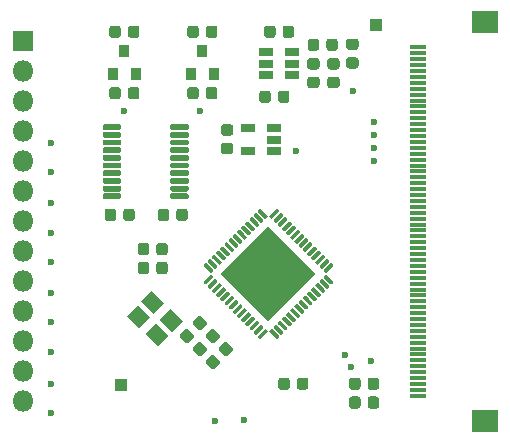
<source format=gbr>
%TF.GenerationSoftware,KiCad,Pcbnew,(5.1.6-0-10_14)*%
%TF.CreationDate,2020-07-19T12:14:56+02:00*%
%TF.ProjectId,driver-board,64726976-6572-42d6-926f-6172642e6b69,rev?*%
%TF.SameCoordinates,Original*%
%TF.FileFunction,Soldermask,Top*%
%TF.FilePolarity,Negative*%
%FSLAX46Y46*%
G04 Gerber Fmt 4.6, Leading zero omitted, Abs format (unit mm)*
G04 Created by KiCad (PCBNEW (5.1.6-0-10_14)) date 2020-07-19 12:14:56*
%MOMM*%
%LPD*%
G01*
G04 APERTURE LIST*
%ADD10R,0.900000X1.000000*%
%ADD11R,1.160000X0.750000*%
%ADD12C,0.100000*%
%ADD13C,0.600000*%
%ADD14R,1.100000X1.100000*%
%ADD15R,1.800000X1.800000*%
%ADD16O,1.800000X1.800000*%
%ADD17R,1.400000X0.400000*%
%ADD18R,2.300000X1.900000*%
G04 APERTURE END LIST*
%TO.C,C1*%
G36*
G01*
X123625000Y-66081250D02*
X123625000Y-65518750D01*
G75*
G02*
X123868750Y-65275000I243750J0D01*
G01*
X124356250Y-65275000D01*
G75*
G02*
X124600000Y-65518750I0J-243750D01*
G01*
X124600000Y-66081250D01*
G75*
G02*
X124356250Y-66325000I-243750J0D01*
G01*
X123868750Y-66325000D01*
G75*
G02*
X123625000Y-66081250I0J243750D01*
G01*
G37*
G36*
G01*
X125200000Y-66081250D02*
X125200000Y-65518750D01*
G75*
G02*
X125443750Y-65275000I243750J0D01*
G01*
X125931250Y-65275000D01*
G75*
G02*
X126175000Y-65518750I0J-243750D01*
G01*
X126175000Y-66081250D01*
G75*
G02*
X125931250Y-66325000I-243750J0D01*
G01*
X125443750Y-66325000D01*
G75*
G02*
X125200000Y-66081250I0J243750D01*
G01*
G37*
%TD*%
%TO.C,C2*%
G36*
G01*
X121675000Y-65518750D02*
X121675000Y-66081250D01*
G75*
G02*
X121431250Y-66325000I-243750J0D01*
G01*
X120943750Y-66325000D01*
G75*
G02*
X120700000Y-66081250I0J243750D01*
G01*
X120700000Y-65518750D01*
G75*
G02*
X120943750Y-65275000I243750J0D01*
G01*
X121431250Y-65275000D01*
G75*
G02*
X121675000Y-65518750I0J-243750D01*
G01*
G37*
G36*
G01*
X120100000Y-65518750D02*
X120100000Y-66081250D01*
G75*
G02*
X119856250Y-66325000I-243750J0D01*
G01*
X119368750Y-66325000D01*
G75*
G02*
X119125000Y-66081250I0J243750D01*
G01*
X119125000Y-65518750D01*
G75*
G02*
X119368750Y-65275000I243750J0D01*
G01*
X119856250Y-65275000D01*
G75*
G02*
X120100000Y-65518750I0J-243750D01*
G01*
G37*
%TD*%
%TO.C,C3*%
G36*
G01*
X120500000Y-50018750D02*
X120500000Y-50581250D01*
G75*
G02*
X120256250Y-50825000I-243750J0D01*
G01*
X119768750Y-50825000D01*
G75*
G02*
X119525000Y-50581250I0J243750D01*
G01*
X119525000Y-50018750D01*
G75*
G02*
X119768750Y-49775000I243750J0D01*
G01*
X120256250Y-49775000D01*
G75*
G02*
X120500000Y-50018750I0J-243750D01*
G01*
G37*
G36*
G01*
X122075000Y-50018750D02*
X122075000Y-50581250D01*
G75*
G02*
X121831250Y-50825000I-243750J0D01*
G01*
X121343750Y-50825000D01*
G75*
G02*
X121100000Y-50581250I0J243750D01*
G01*
X121100000Y-50018750D01*
G75*
G02*
X121343750Y-49775000I243750J0D01*
G01*
X121831250Y-49775000D01*
G75*
G02*
X122075000Y-50018750I0J-243750D01*
G01*
G37*
%TD*%
%TO.C,C4*%
G36*
G01*
X122075000Y-55218750D02*
X122075000Y-55781250D01*
G75*
G02*
X121831250Y-56025000I-243750J0D01*
G01*
X121343750Y-56025000D01*
G75*
G02*
X121100000Y-55781250I0J243750D01*
G01*
X121100000Y-55218750D01*
G75*
G02*
X121343750Y-54975000I243750J0D01*
G01*
X121831250Y-54975000D01*
G75*
G02*
X122075000Y-55218750I0J-243750D01*
G01*
G37*
G36*
G01*
X120500000Y-55218750D02*
X120500000Y-55781250D01*
G75*
G02*
X120256250Y-56025000I-243750J0D01*
G01*
X119768750Y-56025000D01*
G75*
G02*
X119525000Y-55781250I0J243750D01*
G01*
X119525000Y-55218750D01*
G75*
G02*
X119768750Y-54975000I243750J0D01*
G01*
X120256250Y-54975000D01*
G75*
G02*
X120500000Y-55218750I0J-243750D01*
G01*
G37*
%TD*%
%TO.C,C5*%
G36*
G01*
X127100000Y-50018750D02*
X127100000Y-50581250D01*
G75*
G02*
X126856250Y-50825000I-243750J0D01*
G01*
X126368750Y-50825000D01*
G75*
G02*
X126125000Y-50581250I0J243750D01*
G01*
X126125000Y-50018750D01*
G75*
G02*
X126368750Y-49775000I243750J0D01*
G01*
X126856250Y-49775000D01*
G75*
G02*
X127100000Y-50018750I0J-243750D01*
G01*
G37*
G36*
G01*
X128675000Y-50018750D02*
X128675000Y-50581250D01*
G75*
G02*
X128431250Y-50825000I-243750J0D01*
G01*
X127943750Y-50825000D01*
G75*
G02*
X127700000Y-50581250I0J243750D01*
G01*
X127700000Y-50018750D01*
G75*
G02*
X127943750Y-49775000I243750J0D01*
G01*
X128431250Y-49775000D01*
G75*
G02*
X128675000Y-50018750I0J-243750D01*
G01*
G37*
%TD*%
%TO.C,C6*%
G36*
G01*
X128675000Y-55218750D02*
X128675000Y-55781250D01*
G75*
G02*
X128431250Y-56025000I-243750J0D01*
G01*
X127943750Y-56025000D01*
G75*
G02*
X127700000Y-55781250I0J243750D01*
G01*
X127700000Y-55218750D01*
G75*
G02*
X127943750Y-54975000I243750J0D01*
G01*
X128431250Y-54975000D01*
G75*
G02*
X128675000Y-55218750I0J-243750D01*
G01*
G37*
G36*
G01*
X127100000Y-55218750D02*
X127100000Y-55781250D01*
G75*
G02*
X126856250Y-56025000I-243750J0D01*
G01*
X126368750Y-56025000D01*
G75*
G02*
X126125000Y-55781250I0J243750D01*
G01*
X126125000Y-55218750D01*
G75*
G02*
X126368750Y-54975000I243750J0D01*
G01*
X126856250Y-54975000D01*
G75*
G02*
X127100000Y-55218750I0J-243750D01*
G01*
G37*
%TD*%
%TO.C,C7*%
G36*
G01*
X137900000Y-51681250D02*
X137900000Y-51118750D01*
G75*
G02*
X138143750Y-50875000I243750J0D01*
G01*
X138631250Y-50875000D01*
G75*
G02*
X138875000Y-51118750I0J-243750D01*
G01*
X138875000Y-51681250D01*
G75*
G02*
X138631250Y-51925000I-243750J0D01*
G01*
X138143750Y-51925000D01*
G75*
G02*
X137900000Y-51681250I0J243750D01*
G01*
G37*
G36*
G01*
X136325000Y-51681250D02*
X136325000Y-51118750D01*
G75*
G02*
X136568750Y-50875000I243750J0D01*
G01*
X137056250Y-50875000D01*
G75*
G02*
X137300000Y-51118750I0J-243750D01*
G01*
X137300000Y-51681250D01*
G75*
G02*
X137056250Y-51925000I-243750J0D01*
G01*
X136568750Y-51925000D01*
G75*
G02*
X136325000Y-51681250I0J243750D01*
G01*
G37*
%TD*%
%TO.C,C8*%
G36*
G01*
X138218750Y-54100000D02*
X138781250Y-54100000D01*
G75*
G02*
X139025000Y-54343750I0J-243750D01*
G01*
X139025000Y-54831250D01*
G75*
G02*
X138781250Y-55075000I-243750J0D01*
G01*
X138218750Y-55075000D01*
G75*
G02*
X137975000Y-54831250I0J243750D01*
G01*
X137975000Y-54343750D01*
G75*
G02*
X138218750Y-54100000I243750J0D01*
G01*
G37*
G36*
G01*
X138218750Y-52525000D02*
X138781250Y-52525000D01*
G75*
G02*
X139025000Y-52768750I0J-243750D01*
G01*
X139025000Y-53256250D01*
G75*
G02*
X138781250Y-53500000I-243750J0D01*
G01*
X138218750Y-53500000D01*
G75*
G02*
X137975000Y-53256250I0J243750D01*
G01*
X137975000Y-52768750D01*
G75*
G02*
X138218750Y-52525000I243750J0D01*
G01*
G37*
%TD*%
%TO.C,C9*%
G36*
G01*
X129781250Y-60675000D02*
X129218750Y-60675000D01*
G75*
G02*
X128975000Y-60431250I0J243750D01*
G01*
X128975000Y-59943750D01*
G75*
G02*
X129218750Y-59700000I243750J0D01*
G01*
X129781250Y-59700000D01*
G75*
G02*
X130025000Y-59943750I0J-243750D01*
G01*
X130025000Y-60431250D01*
G75*
G02*
X129781250Y-60675000I-243750J0D01*
G01*
G37*
G36*
G01*
X129781250Y-59100000D02*
X129218750Y-59100000D01*
G75*
G02*
X128975000Y-58856250I0J243750D01*
G01*
X128975000Y-58368750D01*
G75*
G02*
X129218750Y-58125000I243750J0D01*
G01*
X129781250Y-58125000D01*
G75*
G02*
X130025000Y-58368750I0J-243750D01*
G01*
X130025000Y-58856250D01*
G75*
G02*
X129781250Y-59100000I-243750J0D01*
G01*
G37*
%TD*%
%TO.C,C10*%
G36*
G01*
X122900000Y-70018750D02*
X122900000Y-70581250D01*
G75*
G02*
X122656250Y-70825000I-243750J0D01*
G01*
X122168750Y-70825000D01*
G75*
G02*
X121925000Y-70581250I0J243750D01*
G01*
X121925000Y-70018750D01*
G75*
G02*
X122168750Y-69775000I243750J0D01*
G01*
X122656250Y-69775000D01*
G75*
G02*
X122900000Y-70018750I0J-243750D01*
G01*
G37*
G36*
G01*
X124475000Y-70018750D02*
X124475000Y-70581250D01*
G75*
G02*
X124231250Y-70825000I-243750J0D01*
G01*
X123743750Y-70825000D01*
G75*
G02*
X123500000Y-70581250I0J243750D01*
G01*
X123500000Y-70018750D01*
G75*
G02*
X123743750Y-69775000I243750J0D01*
G01*
X124231250Y-69775000D01*
G75*
G02*
X124475000Y-70018750I0J-243750D01*
G01*
G37*
%TD*%
%TO.C,C11*%
G36*
G01*
X127352688Y-74424565D02*
X127750435Y-74822313D01*
G75*
G02*
X127750435Y-75167027I-172357J-172357D01*
G01*
X127405721Y-75511741D01*
G75*
G02*
X127061007Y-75511741I-172357J172357D01*
G01*
X126663259Y-75113993D01*
G75*
G02*
X126663259Y-74769279I172357J172357D01*
G01*
X127007973Y-74424565D01*
G75*
G02*
X127352687Y-74424565I172357J-172357D01*
G01*
G37*
G36*
G01*
X126238994Y-75538259D02*
X126636741Y-75936007D01*
G75*
G02*
X126636741Y-76280721I-172357J-172357D01*
G01*
X126292027Y-76625435D01*
G75*
G02*
X125947313Y-76625435I-172357J172357D01*
G01*
X125549565Y-76227687D01*
G75*
G02*
X125549565Y-75882973I172357J172357D01*
G01*
X125894279Y-75538259D01*
G75*
G02*
X126238993Y-75538259I172357J-172357D01*
G01*
G37*
%TD*%
%TO.C,C12*%
G36*
G01*
X128452688Y-75524565D02*
X128850435Y-75922313D01*
G75*
G02*
X128850435Y-76267027I-172357J-172357D01*
G01*
X128505721Y-76611741D01*
G75*
G02*
X128161007Y-76611741I-172357J172357D01*
G01*
X127763259Y-76213993D01*
G75*
G02*
X127763259Y-75869279I172357J172357D01*
G01*
X128107973Y-75524565D01*
G75*
G02*
X128452687Y-75524565I172357J-172357D01*
G01*
G37*
G36*
G01*
X127338994Y-76638259D02*
X127736741Y-77036007D01*
G75*
G02*
X127736741Y-77380721I-172357J-172357D01*
G01*
X127392027Y-77725435D01*
G75*
G02*
X127047313Y-77725435I-172357J172357D01*
G01*
X126649565Y-77327687D01*
G75*
G02*
X126649565Y-76982973I172357J172357D01*
G01*
X126994279Y-76638259D01*
G75*
G02*
X127338993Y-76638259I172357J-172357D01*
G01*
G37*
%TD*%
%TO.C,C13*%
G36*
G01*
X128438994Y-77738259D02*
X128836741Y-78136007D01*
G75*
G02*
X128836741Y-78480721I-172357J-172357D01*
G01*
X128492027Y-78825435D01*
G75*
G02*
X128147313Y-78825435I-172357J172357D01*
G01*
X127749565Y-78427687D01*
G75*
G02*
X127749565Y-78082973I172357J172357D01*
G01*
X128094279Y-77738259D01*
G75*
G02*
X128438993Y-77738259I172357J-172357D01*
G01*
G37*
G36*
G01*
X129552688Y-76624565D02*
X129950435Y-77022313D01*
G75*
G02*
X129950435Y-77367027I-172357J-172357D01*
G01*
X129605721Y-77711741D01*
G75*
G02*
X129261007Y-77711741I-172357J172357D01*
G01*
X128863259Y-77313993D01*
G75*
G02*
X128863259Y-76969279I172357J172357D01*
G01*
X129207973Y-76624565D01*
G75*
G02*
X129552687Y-76624565I172357J-172357D01*
G01*
G37*
%TD*%
%TO.C,C15*%
G36*
G01*
X142375000Y-79818750D02*
X142375000Y-80381250D01*
G75*
G02*
X142131250Y-80625000I-243750J0D01*
G01*
X141643750Y-80625000D01*
G75*
G02*
X141400000Y-80381250I0J243750D01*
G01*
X141400000Y-79818750D01*
G75*
G02*
X141643750Y-79575000I243750J0D01*
G01*
X142131250Y-79575000D01*
G75*
G02*
X142375000Y-79818750I0J-243750D01*
G01*
G37*
G36*
G01*
X140800000Y-79818750D02*
X140800000Y-80381250D01*
G75*
G02*
X140556250Y-80625000I-243750J0D01*
G01*
X140068750Y-80625000D01*
G75*
G02*
X139825000Y-80381250I0J243750D01*
G01*
X139825000Y-79818750D01*
G75*
G02*
X140068750Y-79575000I243750J0D01*
G01*
X140556250Y-79575000D01*
G75*
G02*
X140800000Y-79818750I0J-243750D01*
G01*
G37*
%TD*%
%TO.C,C16*%
G36*
G01*
X140800000Y-81418750D02*
X140800000Y-81981250D01*
G75*
G02*
X140556250Y-82225000I-243750J0D01*
G01*
X140068750Y-82225000D01*
G75*
G02*
X139825000Y-81981250I0J243750D01*
G01*
X139825000Y-81418750D01*
G75*
G02*
X140068750Y-81175000I243750J0D01*
G01*
X140556250Y-81175000D01*
G75*
G02*
X140800000Y-81418750I0J-243750D01*
G01*
G37*
G36*
G01*
X142375000Y-81418750D02*
X142375000Y-81981250D01*
G75*
G02*
X142131250Y-82225000I-243750J0D01*
G01*
X141643750Y-82225000D01*
G75*
G02*
X141400000Y-81981250I0J243750D01*
G01*
X141400000Y-81418750D01*
G75*
G02*
X141643750Y-81175000I243750J0D01*
G01*
X142131250Y-81175000D01*
G75*
G02*
X142375000Y-81418750I0J-243750D01*
G01*
G37*
%TD*%
%TO.C,L1*%
G36*
G01*
X135175000Y-50018750D02*
X135175000Y-50581250D01*
G75*
G02*
X134931250Y-50825000I-243750J0D01*
G01*
X134443750Y-50825000D01*
G75*
G02*
X134200000Y-50581250I0J243750D01*
G01*
X134200000Y-50018750D01*
G75*
G02*
X134443750Y-49775000I243750J0D01*
G01*
X134931250Y-49775000D01*
G75*
G02*
X135175000Y-50018750I0J-243750D01*
G01*
G37*
G36*
G01*
X133600000Y-50018750D02*
X133600000Y-50581250D01*
G75*
G02*
X133356250Y-50825000I-243750J0D01*
G01*
X132868750Y-50825000D01*
G75*
G02*
X132625000Y-50581250I0J243750D01*
G01*
X132625000Y-50018750D01*
G75*
G02*
X132868750Y-49775000I243750J0D01*
G01*
X133356250Y-49775000D01*
G75*
G02*
X133600000Y-50018750I0J-243750D01*
G01*
G37*
%TD*%
%TO.C,R1*%
G36*
G01*
X136518750Y-54100000D02*
X137081250Y-54100000D01*
G75*
G02*
X137325000Y-54343750I0J-243750D01*
G01*
X137325000Y-54831250D01*
G75*
G02*
X137081250Y-55075000I-243750J0D01*
G01*
X136518750Y-55075000D01*
G75*
G02*
X136275000Y-54831250I0J243750D01*
G01*
X136275000Y-54343750D01*
G75*
G02*
X136518750Y-54100000I243750J0D01*
G01*
G37*
G36*
G01*
X136518750Y-52525000D02*
X137081250Y-52525000D01*
G75*
G02*
X137325000Y-52768750I0J-243750D01*
G01*
X137325000Y-53256250D01*
G75*
G02*
X137081250Y-53500000I-243750J0D01*
G01*
X136518750Y-53500000D01*
G75*
G02*
X136275000Y-53256250I0J243750D01*
G01*
X136275000Y-52768750D01*
G75*
G02*
X136518750Y-52525000I243750J0D01*
G01*
G37*
%TD*%
%TO.C,R2*%
G36*
G01*
X134775000Y-55518750D02*
X134775000Y-56081250D01*
G75*
G02*
X134531250Y-56325000I-243750J0D01*
G01*
X134043750Y-56325000D01*
G75*
G02*
X133800000Y-56081250I0J243750D01*
G01*
X133800000Y-55518750D01*
G75*
G02*
X134043750Y-55275000I243750J0D01*
G01*
X134531250Y-55275000D01*
G75*
G02*
X134775000Y-55518750I0J-243750D01*
G01*
G37*
G36*
G01*
X133200000Y-55518750D02*
X133200000Y-56081250D01*
G75*
G02*
X132956250Y-56325000I-243750J0D01*
G01*
X132468750Y-56325000D01*
G75*
G02*
X132225000Y-56081250I0J243750D01*
G01*
X132225000Y-55518750D01*
G75*
G02*
X132468750Y-55275000I243750J0D01*
G01*
X132956250Y-55275000D01*
G75*
G02*
X133200000Y-55518750I0J-243750D01*
G01*
G37*
%TD*%
%TO.C,R3*%
G36*
G01*
X124475000Y-68418750D02*
X124475000Y-68981250D01*
G75*
G02*
X124231250Y-69225000I-243750J0D01*
G01*
X123743750Y-69225000D01*
G75*
G02*
X123500000Y-68981250I0J243750D01*
G01*
X123500000Y-68418750D01*
G75*
G02*
X123743750Y-68175000I243750J0D01*
G01*
X124231250Y-68175000D01*
G75*
G02*
X124475000Y-68418750I0J-243750D01*
G01*
G37*
G36*
G01*
X122900000Y-68418750D02*
X122900000Y-68981250D01*
G75*
G02*
X122656250Y-69225000I-243750J0D01*
G01*
X122168750Y-69225000D01*
G75*
G02*
X121925000Y-68981250I0J243750D01*
G01*
X121925000Y-68418750D01*
G75*
G02*
X122168750Y-68175000I243750J0D01*
G01*
X122656250Y-68175000D01*
G75*
G02*
X122900000Y-68418750I0J-243750D01*
G01*
G37*
%TD*%
%TO.C,R4*%
G36*
G01*
X139818750Y-52450000D02*
X140381250Y-52450000D01*
G75*
G02*
X140625000Y-52693750I0J-243750D01*
G01*
X140625000Y-53181250D01*
G75*
G02*
X140381250Y-53425000I-243750J0D01*
G01*
X139818750Y-53425000D01*
G75*
G02*
X139575000Y-53181250I0J243750D01*
G01*
X139575000Y-52693750D01*
G75*
G02*
X139818750Y-52450000I243750J0D01*
G01*
G37*
G36*
G01*
X139818750Y-50875000D02*
X140381250Y-50875000D01*
G75*
G02*
X140625000Y-51118750I0J-243750D01*
G01*
X140625000Y-51606250D01*
G75*
G02*
X140381250Y-51850000I-243750J0D01*
G01*
X139818750Y-51850000D01*
G75*
G02*
X139575000Y-51606250I0J243750D01*
G01*
X139575000Y-51118750D01*
G75*
G02*
X139818750Y-50875000I243750J0D01*
G01*
G37*
%TD*%
%TO.C,R5*%
G36*
G01*
X136375000Y-79818750D02*
X136375000Y-80381250D01*
G75*
G02*
X136131250Y-80625000I-243750J0D01*
G01*
X135643750Y-80625000D01*
G75*
G02*
X135400000Y-80381250I0J243750D01*
G01*
X135400000Y-79818750D01*
G75*
G02*
X135643750Y-79575000I243750J0D01*
G01*
X136131250Y-79575000D01*
G75*
G02*
X136375000Y-79818750I0J-243750D01*
G01*
G37*
G36*
G01*
X134800000Y-79818750D02*
X134800000Y-80381250D01*
G75*
G02*
X134556250Y-80625000I-243750J0D01*
G01*
X134068750Y-80625000D01*
G75*
G02*
X133825000Y-80381250I0J243750D01*
G01*
X133825000Y-79818750D01*
G75*
G02*
X134068750Y-79575000I243750J0D01*
G01*
X134556250Y-79575000D01*
G75*
G02*
X134800000Y-79818750I0J-243750D01*
G01*
G37*
%TD*%
%TO.C,U1*%
G36*
G01*
X126250000Y-64100000D02*
X126250000Y-64350000D01*
G75*
G02*
X126125000Y-64475000I-125000J0D01*
G01*
X124800000Y-64475000D01*
G75*
G02*
X124675000Y-64350000I0J125000D01*
G01*
X124675000Y-64100000D01*
G75*
G02*
X124800000Y-63975000I125000J0D01*
G01*
X126125000Y-63975000D01*
G75*
G02*
X126250000Y-64100000I0J-125000D01*
G01*
G37*
G36*
G01*
X126250000Y-63450000D02*
X126250000Y-63700000D01*
G75*
G02*
X126125000Y-63825000I-125000J0D01*
G01*
X124800000Y-63825000D01*
G75*
G02*
X124675000Y-63700000I0J125000D01*
G01*
X124675000Y-63450000D01*
G75*
G02*
X124800000Y-63325000I125000J0D01*
G01*
X126125000Y-63325000D01*
G75*
G02*
X126250000Y-63450000I0J-125000D01*
G01*
G37*
G36*
G01*
X126250000Y-62800000D02*
X126250000Y-63050000D01*
G75*
G02*
X126125000Y-63175000I-125000J0D01*
G01*
X124800000Y-63175000D01*
G75*
G02*
X124675000Y-63050000I0J125000D01*
G01*
X124675000Y-62800000D01*
G75*
G02*
X124800000Y-62675000I125000J0D01*
G01*
X126125000Y-62675000D01*
G75*
G02*
X126250000Y-62800000I0J-125000D01*
G01*
G37*
G36*
G01*
X126250000Y-62150000D02*
X126250000Y-62400000D01*
G75*
G02*
X126125000Y-62525000I-125000J0D01*
G01*
X124800000Y-62525000D01*
G75*
G02*
X124675000Y-62400000I0J125000D01*
G01*
X124675000Y-62150000D01*
G75*
G02*
X124800000Y-62025000I125000J0D01*
G01*
X126125000Y-62025000D01*
G75*
G02*
X126250000Y-62150000I0J-125000D01*
G01*
G37*
G36*
G01*
X126250000Y-61500000D02*
X126250000Y-61750000D01*
G75*
G02*
X126125000Y-61875000I-125000J0D01*
G01*
X124800000Y-61875000D01*
G75*
G02*
X124675000Y-61750000I0J125000D01*
G01*
X124675000Y-61500000D01*
G75*
G02*
X124800000Y-61375000I125000J0D01*
G01*
X126125000Y-61375000D01*
G75*
G02*
X126250000Y-61500000I0J-125000D01*
G01*
G37*
G36*
G01*
X126250000Y-60850000D02*
X126250000Y-61100000D01*
G75*
G02*
X126125000Y-61225000I-125000J0D01*
G01*
X124800000Y-61225000D01*
G75*
G02*
X124675000Y-61100000I0J125000D01*
G01*
X124675000Y-60850000D01*
G75*
G02*
X124800000Y-60725000I125000J0D01*
G01*
X126125000Y-60725000D01*
G75*
G02*
X126250000Y-60850000I0J-125000D01*
G01*
G37*
G36*
G01*
X126250000Y-60200000D02*
X126250000Y-60450000D01*
G75*
G02*
X126125000Y-60575000I-125000J0D01*
G01*
X124800000Y-60575000D01*
G75*
G02*
X124675000Y-60450000I0J125000D01*
G01*
X124675000Y-60200000D01*
G75*
G02*
X124800000Y-60075000I125000J0D01*
G01*
X126125000Y-60075000D01*
G75*
G02*
X126250000Y-60200000I0J-125000D01*
G01*
G37*
G36*
G01*
X126250000Y-59550000D02*
X126250000Y-59800000D01*
G75*
G02*
X126125000Y-59925000I-125000J0D01*
G01*
X124800000Y-59925000D01*
G75*
G02*
X124675000Y-59800000I0J125000D01*
G01*
X124675000Y-59550000D01*
G75*
G02*
X124800000Y-59425000I125000J0D01*
G01*
X126125000Y-59425000D01*
G75*
G02*
X126250000Y-59550000I0J-125000D01*
G01*
G37*
G36*
G01*
X126250000Y-58900000D02*
X126250000Y-59150000D01*
G75*
G02*
X126125000Y-59275000I-125000J0D01*
G01*
X124800000Y-59275000D01*
G75*
G02*
X124675000Y-59150000I0J125000D01*
G01*
X124675000Y-58900000D01*
G75*
G02*
X124800000Y-58775000I125000J0D01*
G01*
X126125000Y-58775000D01*
G75*
G02*
X126250000Y-58900000I0J-125000D01*
G01*
G37*
G36*
G01*
X126250000Y-58250000D02*
X126250000Y-58500000D01*
G75*
G02*
X126125000Y-58625000I-125000J0D01*
G01*
X124800000Y-58625000D01*
G75*
G02*
X124675000Y-58500000I0J125000D01*
G01*
X124675000Y-58250000D01*
G75*
G02*
X124800000Y-58125000I125000J0D01*
G01*
X126125000Y-58125000D01*
G75*
G02*
X126250000Y-58250000I0J-125000D01*
G01*
G37*
G36*
G01*
X120525000Y-58250000D02*
X120525000Y-58500000D01*
G75*
G02*
X120400000Y-58625000I-125000J0D01*
G01*
X119075000Y-58625000D01*
G75*
G02*
X118950000Y-58500000I0J125000D01*
G01*
X118950000Y-58250000D01*
G75*
G02*
X119075000Y-58125000I125000J0D01*
G01*
X120400000Y-58125000D01*
G75*
G02*
X120525000Y-58250000I0J-125000D01*
G01*
G37*
G36*
G01*
X120525000Y-58900000D02*
X120525000Y-59150000D01*
G75*
G02*
X120400000Y-59275000I-125000J0D01*
G01*
X119075000Y-59275000D01*
G75*
G02*
X118950000Y-59150000I0J125000D01*
G01*
X118950000Y-58900000D01*
G75*
G02*
X119075000Y-58775000I125000J0D01*
G01*
X120400000Y-58775000D01*
G75*
G02*
X120525000Y-58900000I0J-125000D01*
G01*
G37*
G36*
G01*
X120525000Y-59550000D02*
X120525000Y-59800000D01*
G75*
G02*
X120400000Y-59925000I-125000J0D01*
G01*
X119075000Y-59925000D01*
G75*
G02*
X118950000Y-59800000I0J125000D01*
G01*
X118950000Y-59550000D01*
G75*
G02*
X119075000Y-59425000I125000J0D01*
G01*
X120400000Y-59425000D01*
G75*
G02*
X120525000Y-59550000I0J-125000D01*
G01*
G37*
G36*
G01*
X120525000Y-60200000D02*
X120525000Y-60450000D01*
G75*
G02*
X120400000Y-60575000I-125000J0D01*
G01*
X119075000Y-60575000D01*
G75*
G02*
X118950000Y-60450000I0J125000D01*
G01*
X118950000Y-60200000D01*
G75*
G02*
X119075000Y-60075000I125000J0D01*
G01*
X120400000Y-60075000D01*
G75*
G02*
X120525000Y-60200000I0J-125000D01*
G01*
G37*
G36*
G01*
X120525000Y-60850000D02*
X120525000Y-61100000D01*
G75*
G02*
X120400000Y-61225000I-125000J0D01*
G01*
X119075000Y-61225000D01*
G75*
G02*
X118950000Y-61100000I0J125000D01*
G01*
X118950000Y-60850000D01*
G75*
G02*
X119075000Y-60725000I125000J0D01*
G01*
X120400000Y-60725000D01*
G75*
G02*
X120525000Y-60850000I0J-125000D01*
G01*
G37*
G36*
G01*
X120525000Y-61500000D02*
X120525000Y-61750000D01*
G75*
G02*
X120400000Y-61875000I-125000J0D01*
G01*
X119075000Y-61875000D01*
G75*
G02*
X118950000Y-61750000I0J125000D01*
G01*
X118950000Y-61500000D01*
G75*
G02*
X119075000Y-61375000I125000J0D01*
G01*
X120400000Y-61375000D01*
G75*
G02*
X120525000Y-61500000I0J-125000D01*
G01*
G37*
G36*
G01*
X120525000Y-62150000D02*
X120525000Y-62400000D01*
G75*
G02*
X120400000Y-62525000I-125000J0D01*
G01*
X119075000Y-62525000D01*
G75*
G02*
X118950000Y-62400000I0J125000D01*
G01*
X118950000Y-62150000D01*
G75*
G02*
X119075000Y-62025000I125000J0D01*
G01*
X120400000Y-62025000D01*
G75*
G02*
X120525000Y-62150000I0J-125000D01*
G01*
G37*
G36*
G01*
X120525000Y-62800000D02*
X120525000Y-63050000D01*
G75*
G02*
X120400000Y-63175000I-125000J0D01*
G01*
X119075000Y-63175000D01*
G75*
G02*
X118950000Y-63050000I0J125000D01*
G01*
X118950000Y-62800000D01*
G75*
G02*
X119075000Y-62675000I125000J0D01*
G01*
X120400000Y-62675000D01*
G75*
G02*
X120525000Y-62800000I0J-125000D01*
G01*
G37*
G36*
G01*
X120525000Y-63450000D02*
X120525000Y-63700000D01*
G75*
G02*
X120400000Y-63825000I-125000J0D01*
G01*
X119075000Y-63825000D01*
G75*
G02*
X118950000Y-63700000I0J125000D01*
G01*
X118950000Y-63450000D01*
G75*
G02*
X119075000Y-63325000I125000J0D01*
G01*
X120400000Y-63325000D01*
G75*
G02*
X120525000Y-63450000I0J-125000D01*
G01*
G37*
G36*
G01*
X120525000Y-64100000D02*
X120525000Y-64350000D01*
G75*
G02*
X120400000Y-64475000I-125000J0D01*
G01*
X119075000Y-64475000D01*
G75*
G02*
X118950000Y-64350000I0J125000D01*
G01*
X118950000Y-64100000D01*
G75*
G02*
X119075000Y-63975000I125000J0D01*
G01*
X120400000Y-63975000D01*
G75*
G02*
X120525000Y-64100000I0J-125000D01*
G01*
G37*
%TD*%
D10*
%TO.C,U2*%
X120800000Y-51900000D03*
X121750000Y-53900000D03*
X119850000Y-53900000D03*
%TD*%
%TO.C,U3*%
X126450000Y-53900000D03*
X128350000Y-53900000D03*
X127400000Y-51900000D03*
%TD*%
D11*
%TO.C,U4*%
X132800000Y-52050000D03*
X132800000Y-53000000D03*
X132800000Y-53950000D03*
X135000000Y-53950000D03*
X135000000Y-52050000D03*
X135000000Y-53000000D03*
%TD*%
D12*
%TO.C,X1*%
G36*
X121010051Y-74329289D02*
G01*
X121929289Y-73410051D01*
X122989949Y-74470711D01*
X122070711Y-75389949D01*
X121010051Y-74329289D01*
G37*
G36*
X122565686Y-75884924D02*
G01*
X123484924Y-74965686D01*
X124545584Y-76026346D01*
X123626346Y-76945584D01*
X122565686Y-75884924D01*
G37*
G36*
X123767767Y-74682843D02*
G01*
X124687005Y-73763605D01*
X125747665Y-74824265D01*
X124828427Y-75743503D01*
X123767767Y-74682843D01*
G37*
G36*
X122212132Y-73127208D02*
G01*
X123131370Y-72207970D01*
X124192030Y-73268630D01*
X123272792Y-74187868D01*
X122212132Y-73127208D01*
G37*
%TD*%
D13*
%TO.C,TP1*%
X140150000Y-55350000D03*
%TD*%
%TO.C,TP2*%
X127200000Y-57000000D03*
%TD*%
%TO.C,TP3*%
X120800000Y-57000000D03*
%TD*%
D14*
%TO.C,TP4*%
X120500000Y-80200000D03*
%TD*%
%TO.C,TP5*%
X142100000Y-49700000D03*
%TD*%
D13*
%TO.C,TP6*%
X114600000Y-59700000D03*
%TD*%
%TO.C,TP7*%
X139500000Y-77700000D03*
%TD*%
%TO.C,TP8*%
X114600000Y-67300000D03*
%TD*%
%TO.C,TP9*%
X135325000Y-60375000D03*
%TD*%
%TO.C,TP10*%
X114600000Y-69800000D03*
%TD*%
%TO.C,TP11*%
X128450000Y-83225000D03*
%TD*%
%TO.C,TP12*%
X114600000Y-72400000D03*
%TD*%
%TO.C,TP13*%
X130900000Y-83200000D03*
%TD*%
%TO.C,TP14*%
X114600000Y-62200000D03*
%TD*%
%TO.C,TP15*%
X140000000Y-78700000D03*
%TD*%
%TO.C,TP16*%
X114600000Y-64800000D03*
%TD*%
%TO.C,TP17*%
X141700000Y-78200000D03*
%TD*%
%TO.C,TP18*%
X141900000Y-61200000D03*
%TD*%
%TO.C,TP19*%
X114600000Y-82600000D03*
%TD*%
%TO.C,TP20*%
X141900000Y-59000000D03*
%TD*%
%TO.C,TP21*%
X114600000Y-74900000D03*
%TD*%
%TO.C,TP22*%
X141900000Y-57900000D03*
%TD*%
%TO.C,TP23*%
X141900000Y-60100000D03*
%TD*%
D15*
%TO.C,J1*%
X112200000Y-51100000D03*
D16*
X112200000Y-53640000D03*
X112200000Y-56180000D03*
X112200000Y-58720000D03*
X112200000Y-61260000D03*
X112200000Y-63800000D03*
X112200000Y-66340000D03*
X112200000Y-68880000D03*
X112200000Y-71420000D03*
X112200000Y-73960000D03*
X112200000Y-76500000D03*
X112200000Y-79040000D03*
X112200000Y-81580000D03*
%TD*%
D13*
%TO.C,TP24*%
X114600000Y-80100000D03*
%TD*%
%TO.C,TP25*%
X114600000Y-77400000D03*
%TD*%
D11*
%TO.C,U5*%
X133450000Y-60375000D03*
X133450000Y-59425000D03*
X133450000Y-58475000D03*
X131250000Y-58475000D03*
X131250000Y-60375000D03*
%TD*%
%TO.C,U6*%
G36*
G01*
X132107278Y-65434827D02*
X132231021Y-65311083D01*
G75*
G02*
X132354765Y-65311083I61872J-61872D01*
G01*
X132920451Y-65876769D01*
G75*
G02*
X132920451Y-66000513I-61872J-61872D01*
G01*
X132796707Y-66124257D01*
G75*
G02*
X132672963Y-66124257I-61872J61872D01*
G01*
X132107277Y-65558571D01*
G75*
G02*
X132107277Y-65434827I61872J61872D01*
G01*
G37*
G36*
G01*
X131753725Y-65788380D02*
X131877468Y-65664636D01*
G75*
G02*
X132001212Y-65664636I61872J-61872D01*
G01*
X132566898Y-66230322D01*
G75*
G02*
X132566898Y-66354066I-61872J-61872D01*
G01*
X132443154Y-66477810D01*
G75*
G02*
X132319410Y-66477810I-61872J61872D01*
G01*
X131753724Y-65912124D01*
G75*
G02*
X131753724Y-65788380I61872J61872D01*
G01*
G37*
G36*
G01*
X131400171Y-66141934D02*
X131523914Y-66018190D01*
G75*
G02*
X131647658Y-66018190I61872J-61872D01*
G01*
X132213344Y-66583876D01*
G75*
G02*
X132213344Y-66707620I-61872J-61872D01*
G01*
X132089600Y-66831364D01*
G75*
G02*
X131965856Y-66831364I-61872J61872D01*
G01*
X131400170Y-66265678D01*
G75*
G02*
X131400170Y-66141934I61872J61872D01*
G01*
G37*
G36*
G01*
X131046618Y-66495487D02*
X131170361Y-66371743D01*
G75*
G02*
X131294105Y-66371743I61872J-61872D01*
G01*
X131859791Y-66937429D01*
G75*
G02*
X131859791Y-67061173I-61872J-61872D01*
G01*
X131736047Y-67184917D01*
G75*
G02*
X131612303Y-67184917I-61872J61872D01*
G01*
X131046617Y-66619231D01*
G75*
G02*
X131046617Y-66495487I61872J61872D01*
G01*
G37*
G36*
G01*
X130693065Y-66849041D02*
X130816808Y-66725297D01*
G75*
G02*
X130940552Y-66725297I61872J-61872D01*
G01*
X131506238Y-67290983D01*
G75*
G02*
X131506238Y-67414727I-61872J-61872D01*
G01*
X131382494Y-67538471D01*
G75*
G02*
X131258750Y-67538471I-61872J61872D01*
G01*
X130693064Y-66972785D01*
G75*
G02*
X130693064Y-66849041I61872J61872D01*
G01*
G37*
G36*
G01*
X130339511Y-67202594D02*
X130463254Y-67078850D01*
G75*
G02*
X130586998Y-67078850I61872J-61872D01*
G01*
X131152684Y-67644536D01*
G75*
G02*
X131152684Y-67768280I-61872J-61872D01*
G01*
X131028940Y-67892024D01*
G75*
G02*
X130905196Y-67892024I-61872J61872D01*
G01*
X130339510Y-67326338D01*
G75*
G02*
X130339510Y-67202594I61872J61872D01*
G01*
G37*
G36*
G01*
X129985958Y-67556147D02*
X130109701Y-67432403D01*
G75*
G02*
X130233445Y-67432403I61872J-61872D01*
G01*
X130799131Y-67998089D01*
G75*
G02*
X130799131Y-68121833I-61872J-61872D01*
G01*
X130675387Y-68245577D01*
G75*
G02*
X130551643Y-68245577I-61872J61872D01*
G01*
X129985957Y-67679891D01*
G75*
G02*
X129985957Y-67556147I61872J61872D01*
G01*
G37*
G36*
G01*
X129632404Y-67909701D02*
X129756147Y-67785957D01*
G75*
G02*
X129879891Y-67785957I61872J-61872D01*
G01*
X130445577Y-68351643D01*
G75*
G02*
X130445577Y-68475387I-61872J-61872D01*
G01*
X130321833Y-68599131D01*
G75*
G02*
X130198089Y-68599131I-61872J61872D01*
G01*
X129632403Y-68033445D01*
G75*
G02*
X129632403Y-67909701I61872J61872D01*
G01*
G37*
G36*
G01*
X129278851Y-68263254D02*
X129402594Y-68139510D01*
G75*
G02*
X129526338Y-68139510I61872J-61872D01*
G01*
X130092024Y-68705196D01*
G75*
G02*
X130092024Y-68828940I-61872J-61872D01*
G01*
X129968280Y-68952684D01*
G75*
G02*
X129844536Y-68952684I-61872J61872D01*
G01*
X129278850Y-68386998D01*
G75*
G02*
X129278850Y-68263254I61872J61872D01*
G01*
G37*
G36*
G01*
X128925298Y-68616808D02*
X129049041Y-68493064D01*
G75*
G02*
X129172785Y-68493064I61872J-61872D01*
G01*
X129738471Y-69058750D01*
G75*
G02*
X129738471Y-69182494I-61872J-61872D01*
G01*
X129614727Y-69306238D01*
G75*
G02*
X129490983Y-69306238I-61872J61872D01*
G01*
X128925297Y-68740552D01*
G75*
G02*
X128925297Y-68616808I61872J61872D01*
G01*
G37*
G36*
G01*
X128571744Y-68970361D02*
X128695487Y-68846617D01*
G75*
G02*
X128819231Y-68846617I61872J-61872D01*
G01*
X129384917Y-69412303D01*
G75*
G02*
X129384917Y-69536047I-61872J-61872D01*
G01*
X129261173Y-69659791D01*
G75*
G02*
X129137429Y-69659791I-61872J61872D01*
G01*
X128571743Y-69094105D01*
G75*
G02*
X128571743Y-68970361I61872J61872D01*
G01*
G37*
G36*
G01*
X128218191Y-69323914D02*
X128341934Y-69200170D01*
G75*
G02*
X128465678Y-69200170I61872J-61872D01*
G01*
X129031364Y-69765856D01*
G75*
G02*
X129031364Y-69889600I-61872J-61872D01*
G01*
X128907620Y-70013344D01*
G75*
G02*
X128783876Y-70013344I-61872J61872D01*
G01*
X128218190Y-69447658D01*
G75*
G02*
X128218190Y-69323914I61872J61872D01*
G01*
G37*
G36*
G01*
X127864637Y-69677468D02*
X127988380Y-69553724D01*
G75*
G02*
X128112124Y-69553724I61872J-61872D01*
G01*
X128677810Y-70119410D01*
G75*
G02*
X128677810Y-70243154I-61872J-61872D01*
G01*
X128554066Y-70366898D01*
G75*
G02*
X128430322Y-70366898I-61872J61872D01*
G01*
X127864636Y-69801212D01*
G75*
G02*
X127864636Y-69677468I61872J61872D01*
G01*
G37*
G36*
G01*
X127511084Y-70031021D02*
X127634827Y-69907277D01*
G75*
G02*
X127758571Y-69907277I61872J-61872D01*
G01*
X128324257Y-70472963D01*
G75*
G02*
X128324257Y-70596707I-61872J-61872D01*
G01*
X128200513Y-70720451D01*
G75*
G02*
X128076769Y-70720451I-61872J61872D01*
G01*
X127511083Y-70154765D01*
G75*
G02*
X127511083Y-70031021I61872J61872D01*
G01*
G37*
G36*
G01*
X127511084Y-71445235D02*
X128076769Y-70879549D01*
G75*
G02*
X128200513Y-70879549I61872J-61872D01*
G01*
X128324257Y-71003293D01*
G75*
G02*
X128324257Y-71127037I-61872J-61872D01*
G01*
X127758571Y-71692723D01*
G75*
G02*
X127634827Y-71692723I-61872J61872D01*
G01*
X127511083Y-71568979D01*
G75*
G02*
X127511083Y-71445235I61872J61872D01*
G01*
G37*
G36*
G01*
X127864637Y-71798788D02*
X128430322Y-71233102D01*
G75*
G02*
X128554066Y-71233102I61872J-61872D01*
G01*
X128677810Y-71356846D01*
G75*
G02*
X128677810Y-71480590I-61872J-61872D01*
G01*
X128112124Y-72046276D01*
G75*
G02*
X127988380Y-72046276I-61872J61872D01*
G01*
X127864636Y-71922532D01*
G75*
G02*
X127864636Y-71798788I61872J61872D01*
G01*
G37*
G36*
G01*
X128218191Y-72152342D02*
X128783876Y-71586656D01*
G75*
G02*
X128907620Y-71586656I61872J-61872D01*
G01*
X129031364Y-71710400D01*
G75*
G02*
X129031364Y-71834144I-61872J-61872D01*
G01*
X128465678Y-72399830D01*
G75*
G02*
X128341934Y-72399830I-61872J61872D01*
G01*
X128218190Y-72276086D01*
G75*
G02*
X128218190Y-72152342I61872J61872D01*
G01*
G37*
G36*
G01*
X128571744Y-72505895D02*
X129137429Y-71940209D01*
G75*
G02*
X129261173Y-71940209I61872J-61872D01*
G01*
X129384917Y-72063953D01*
G75*
G02*
X129384917Y-72187697I-61872J-61872D01*
G01*
X128819231Y-72753383D01*
G75*
G02*
X128695487Y-72753383I-61872J61872D01*
G01*
X128571743Y-72629639D01*
G75*
G02*
X128571743Y-72505895I61872J61872D01*
G01*
G37*
G36*
G01*
X128925298Y-72859448D02*
X129490983Y-72293762D01*
G75*
G02*
X129614727Y-72293762I61872J-61872D01*
G01*
X129738471Y-72417506D01*
G75*
G02*
X129738471Y-72541250I-61872J-61872D01*
G01*
X129172785Y-73106936D01*
G75*
G02*
X129049041Y-73106936I-61872J61872D01*
G01*
X128925297Y-72983192D01*
G75*
G02*
X128925297Y-72859448I61872J61872D01*
G01*
G37*
G36*
G01*
X129278851Y-73213002D02*
X129844536Y-72647316D01*
G75*
G02*
X129968280Y-72647316I61872J-61872D01*
G01*
X130092024Y-72771060D01*
G75*
G02*
X130092024Y-72894804I-61872J-61872D01*
G01*
X129526338Y-73460490D01*
G75*
G02*
X129402594Y-73460490I-61872J61872D01*
G01*
X129278850Y-73336746D01*
G75*
G02*
X129278850Y-73213002I61872J61872D01*
G01*
G37*
G36*
G01*
X129632404Y-73566555D02*
X130198089Y-73000869D01*
G75*
G02*
X130321833Y-73000869I61872J-61872D01*
G01*
X130445577Y-73124613D01*
G75*
G02*
X130445577Y-73248357I-61872J-61872D01*
G01*
X129879891Y-73814043D01*
G75*
G02*
X129756147Y-73814043I-61872J61872D01*
G01*
X129632403Y-73690299D01*
G75*
G02*
X129632403Y-73566555I61872J61872D01*
G01*
G37*
G36*
G01*
X129985958Y-73920109D02*
X130551643Y-73354423D01*
G75*
G02*
X130675387Y-73354423I61872J-61872D01*
G01*
X130799131Y-73478167D01*
G75*
G02*
X130799131Y-73601911I-61872J-61872D01*
G01*
X130233445Y-74167597D01*
G75*
G02*
X130109701Y-74167597I-61872J61872D01*
G01*
X129985957Y-74043853D01*
G75*
G02*
X129985957Y-73920109I61872J61872D01*
G01*
G37*
G36*
G01*
X130339511Y-74273662D02*
X130905196Y-73707976D01*
G75*
G02*
X131028940Y-73707976I61872J-61872D01*
G01*
X131152684Y-73831720D01*
G75*
G02*
X131152684Y-73955464I-61872J-61872D01*
G01*
X130586998Y-74521150D01*
G75*
G02*
X130463254Y-74521150I-61872J61872D01*
G01*
X130339510Y-74397406D01*
G75*
G02*
X130339510Y-74273662I61872J61872D01*
G01*
G37*
G36*
G01*
X130693065Y-74627215D02*
X131258750Y-74061529D01*
G75*
G02*
X131382494Y-74061529I61872J-61872D01*
G01*
X131506238Y-74185273D01*
G75*
G02*
X131506238Y-74309017I-61872J-61872D01*
G01*
X130940552Y-74874703D01*
G75*
G02*
X130816808Y-74874703I-61872J61872D01*
G01*
X130693064Y-74750959D01*
G75*
G02*
X130693064Y-74627215I61872J61872D01*
G01*
G37*
G36*
G01*
X131046618Y-74980769D02*
X131612303Y-74415083D01*
G75*
G02*
X131736047Y-74415083I61872J-61872D01*
G01*
X131859791Y-74538827D01*
G75*
G02*
X131859791Y-74662571I-61872J-61872D01*
G01*
X131294105Y-75228257D01*
G75*
G02*
X131170361Y-75228257I-61872J61872D01*
G01*
X131046617Y-75104513D01*
G75*
G02*
X131046617Y-74980769I61872J61872D01*
G01*
G37*
G36*
G01*
X131400171Y-75334322D02*
X131965856Y-74768636D01*
G75*
G02*
X132089600Y-74768636I61872J-61872D01*
G01*
X132213344Y-74892380D01*
G75*
G02*
X132213344Y-75016124I-61872J-61872D01*
G01*
X131647658Y-75581810D01*
G75*
G02*
X131523914Y-75581810I-61872J61872D01*
G01*
X131400170Y-75458066D01*
G75*
G02*
X131400170Y-75334322I61872J61872D01*
G01*
G37*
G36*
G01*
X131753725Y-75687876D02*
X132319410Y-75122190D01*
G75*
G02*
X132443154Y-75122190I61872J-61872D01*
G01*
X132566898Y-75245934D01*
G75*
G02*
X132566898Y-75369678I-61872J-61872D01*
G01*
X132001212Y-75935364D01*
G75*
G02*
X131877468Y-75935364I-61872J61872D01*
G01*
X131753724Y-75811620D01*
G75*
G02*
X131753724Y-75687876I61872J61872D01*
G01*
G37*
G36*
G01*
X132107278Y-76041429D02*
X132672963Y-75475743D01*
G75*
G02*
X132796707Y-75475743I61872J-61872D01*
G01*
X132920451Y-75599487D01*
G75*
G02*
X132920451Y-75723231I-61872J-61872D01*
G01*
X132354765Y-76288917D01*
G75*
G02*
X132231021Y-76288917I-61872J61872D01*
G01*
X132107277Y-76165173D01*
G75*
G02*
X132107277Y-76041429I61872J61872D01*
G01*
G37*
G36*
G01*
X133079550Y-75599487D02*
X133203293Y-75475743D01*
G75*
G02*
X133327037Y-75475743I61872J-61872D01*
G01*
X133892723Y-76041429D01*
G75*
G02*
X133892723Y-76165173I-61872J-61872D01*
G01*
X133768979Y-76288917D01*
G75*
G02*
X133645235Y-76288917I-61872J61872D01*
G01*
X133079549Y-75723231D01*
G75*
G02*
X133079549Y-75599487I61872J61872D01*
G01*
G37*
G36*
G01*
X133433103Y-75245934D02*
X133556846Y-75122190D01*
G75*
G02*
X133680590Y-75122190I61872J-61872D01*
G01*
X134246276Y-75687876D01*
G75*
G02*
X134246276Y-75811620I-61872J-61872D01*
G01*
X134122532Y-75935364D01*
G75*
G02*
X133998788Y-75935364I-61872J61872D01*
G01*
X133433102Y-75369678D01*
G75*
G02*
X133433102Y-75245934I61872J61872D01*
G01*
G37*
G36*
G01*
X133786657Y-74892380D02*
X133910400Y-74768636D01*
G75*
G02*
X134034144Y-74768636I61872J-61872D01*
G01*
X134599830Y-75334322D01*
G75*
G02*
X134599830Y-75458066I-61872J-61872D01*
G01*
X134476086Y-75581810D01*
G75*
G02*
X134352342Y-75581810I-61872J61872D01*
G01*
X133786656Y-75016124D01*
G75*
G02*
X133786656Y-74892380I61872J61872D01*
G01*
G37*
G36*
G01*
X134140210Y-74538827D02*
X134263953Y-74415083D01*
G75*
G02*
X134387697Y-74415083I61872J-61872D01*
G01*
X134953383Y-74980769D01*
G75*
G02*
X134953383Y-75104513I-61872J-61872D01*
G01*
X134829639Y-75228257D01*
G75*
G02*
X134705895Y-75228257I-61872J61872D01*
G01*
X134140209Y-74662571D01*
G75*
G02*
X134140209Y-74538827I61872J61872D01*
G01*
G37*
G36*
G01*
X134493763Y-74185273D02*
X134617506Y-74061529D01*
G75*
G02*
X134741250Y-74061529I61872J-61872D01*
G01*
X135306936Y-74627215D01*
G75*
G02*
X135306936Y-74750959I-61872J-61872D01*
G01*
X135183192Y-74874703D01*
G75*
G02*
X135059448Y-74874703I-61872J61872D01*
G01*
X134493762Y-74309017D01*
G75*
G02*
X134493762Y-74185273I61872J61872D01*
G01*
G37*
G36*
G01*
X134847317Y-73831720D02*
X134971060Y-73707976D01*
G75*
G02*
X135094804Y-73707976I61872J-61872D01*
G01*
X135660490Y-74273662D01*
G75*
G02*
X135660490Y-74397406I-61872J-61872D01*
G01*
X135536746Y-74521150D01*
G75*
G02*
X135413002Y-74521150I-61872J61872D01*
G01*
X134847316Y-73955464D01*
G75*
G02*
X134847316Y-73831720I61872J61872D01*
G01*
G37*
G36*
G01*
X135200870Y-73478167D02*
X135324613Y-73354423D01*
G75*
G02*
X135448357Y-73354423I61872J-61872D01*
G01*
X136014043Y-73920109D01*
G75*
G02*
X136014043Y-74043853I-61872J-61872D01*
G01*
X135890299Y-74167597D01*
G75*
G02*
X135766555Y-74167597I-61872J61872D01*
G01*
X135200869Y-73601911D01*
G75*
G02*
X135200869Y-73478167I61872J61872D01*
G01*
G37*
G36*
G01*
X135554424Y-73124613D02*
X135678167Y-73000869D01*
G75*
G02*
X135801911Y-73000869I61872J-61872D01*
G01*
X136367597Y-73566555D01*
G75*
G02*
X136367597Y-73690299I-61872J-61872D01*
G01*
X136243853Y-73814043D01*
G75*
G02*
X136120109Y-73814043I-61872J61872D01*
G01*
X135554423Y-73248357D01*
G75*
G02*
X135554423Y-73124613I61872J61872D01*
G01*
G37*
G36*
G01*
X135907977Y-72771060D02*
X136031720Y-72647316D01*
G75*
G02*
X136155464Y-72647316I61872J-61872D01*
G01*
X136721150Y-73213002D01*
G75*
G02*
X136721150Y-73336746I-61872J-61872D01*
G01*
X136597406Y-73460490D01*
G75*
G02*
X136473662Y-73460490I-61872J61872D01*
G01*
X135907976Y-72894804D01*
G75*
G02*
X135907976Y-72771060I61872J61872D01*
G01*
G37*
G36*
G01*
X136261530Y-72417506D02*
X136385273Y-72293762D01*
G75*
G02*
X136509017Y-72293762I61872J-61872D01*
G01*
X137074703Y-72859448D01*
G75*
G02*
X137074703Y-72983192I-61872J-61872D01*
G01*
X136950959Y-73106936D01*
G75*
G02*
X136827215Y-73106936I-61872J61872D01*
G01*
X136261529Y-72541250D01*
G75*
G02*
X136261529Y-72417506I61872J61872D01*
G01*
G37*
G36*
G01*
X136615084Y-72063953D02*
X136738827Y-71940209D01*
G75*
G02*
X136862571Y-71940209I61872J-61872D01*
G01*
X137428257Y-72505895D01*
G75*
G02*
X137428257Y-72629639I-61872J-61872D01*
G01*
X137304513Y-72753383D01*
G75*
G02*
X137180769Y-72753383I-61872J61872D01*
G01*
X136615083Y-72187697D01*
G75*
G02*
X136615083Y-72063953I61872J61872D01*
G01*
G37*
G36*
G01*
X136968637Y-71710400D02*
X137092380Y-71586656D01*
G75*
G02*
X137216124Y-71586656I61872J-61872D01*
G01*
X137781810Y-72152342D01*
G75*
G02*
X137781810Y-72276086I-61872J-61872D01*
G01*
X137658066Y-72399830D01*
G75*
G02*
X137534322Y-72399830I-61872J61872D01*
G01*
X136968636Y-71834144D01*
G75*
G02*
X136968636Y-71710400I61872J61872D01*
G01*
G37*
G36*
G01*
X137322191Y-71356846D02*
X137445934Y-71233102D01*
G75*
G02*
X137569678Y-71233102I61872J-61872D01*
G01*
X138135364Y-71798788D01*
G75*
G02*
X138135364Y-71922532I-61872J-61872D01*
G01*
X138011620Y-72046276D01*
G75*
G02*
X137887876Y-72046276I-61872J61872D01*
G01*
X137322190Y-71480590D01*
G75*
G02*
X137322190Y-71356846I61872J61872D01*
G01*
G37*
G36*
G01*
X137675744Y-71003293D02*
X137799487Y-70879549D01*
G75*
G02*
X137923231Y-70879549I61872J-61872D01*
G01*
X138488917Y-71445235D01*
G75*
G02*
X138488917Y-71568979I-61872J-61872D01*
G01*
X138365173Y-71692723D01*
G75*
G02*
X138241429Y-71692723I-61872J61872D01*
G01*
X137675743Y-71127037D01*
G75*
G02*
X137675743Y-71003293I61872J61872D01*
G01*
G37*
G36*
G01*
X137675744Y-70472963D02*
X138241429Y-69907277D01*
G75*
G02*
X138365173Y-69907277I61872J-61872D01*
G01*
X138488917Y-70031021D01*
G75*
G02*
X138488917Y-70154765I-61872J-61872D01*
G01*
X137923231Y-70720451D01*
G75*
G02*
X137799487Y-70720451I-61872J61872D01*
G01*
X137675743Y-70596707D01*
G75*
G02*
X137675743Y-70472963I61872J61872D01*
G01*
G37*
G36*
G01*
X137322191Y-70119410D02*
X137887876Y-69553724D01*
G75*
G02*
X138011620Y-69553724I61872J-61872D01*
G01*
X138135364Y-69677468D01*
G75*
G02*
X138135364Y-69801212I-61872J-61872D01*
G01*
X137569678Y-70366898D01*
G75*
G02*
X137445934Y-70366898I-61872J61872D01*
G01*
X137322190Y-70243154D01*
G75*
G02*
X137322190Y-70119410I61872J61872D01*
G01*
G37*
G36*
G01*
X136968637Y-69765856D02*
X137534322Y-69200170D01*
G75*
G02*
X137658066Y-69200170I61872J-61872D01*
G01*
X137781810Y-69323914D01*
G75*
G02*
X137781810Y-69447658I-61872J-61872D01*
G01*
X137216124Y-70013344D01*
G75*
G02*
X137092380Y-70013344I-61872J61872D01*
G01*
X136968636Y-69889600D01*
G75*
G02*
X136968636Y-69765856I61872J61872D01*
G01*
G37*
G36*
G01*
X136615084Y-69412303D02*
X137180769Y-68846617D01*
G75*
G02*
X137304513Y-68846617I61872J-61872D01*
G01*
X137428257Y-68970361D01*
G75*
G02*
X137428257Y-69094105I-61872J-61872D01*
G01*
X136862571Y-69659791D01*
G75*
G02*
X136738827Y-69659791I-61872J61872D01*
G01*
X136615083Y-69536047D01*
G75*
G02*
X136615083Y-69412303I61872J61872D01*
G01*
G37*
G36*
G01*
X136261530Y-69058750D02*
X136827215Y-68493064D01*
G75*
G02*
X136950959Y-68493064I61872J-61872D01*
G01*
X137074703Y-68616808D01*
G75*
G02*
X137074703Y-68740552I-61872J-61872D01*
G01*
X136509017Y-69306238D01*
G75*
G02*
X136385273Y-69306238I-61872J61872D01*
G01*
X136261529Y-69182494D01*
G75*
G02*
X136261529Y-69058750I61872J61872D01*
G01*
G37*
G36*
G01*
X135907977Y-68705196D02*
X136473662Y-68139510D01*
G75*
G02*
X136597406Y-68139510I61872J-61872D01*
G01*
X136721150Y-68263254D01*
G75*
G02*
X136721150Y-68386998I-61872J-61872D01*
G01*
X136155464Y-68952684D01*
G75*
G02*
X136031720Y-68952684I-61872J61872D01*
G01*
X135907976Y-68828940D01*
G75*
G02*
X135907976Y-68705196I61872J61872D01*
G01*
G37*
G36*
G01*
X135554424Y-68351643D02*
X136120109Y-67785957D01*
G75*
G02*
X136243853Y-67785957I61872J-61872D01*
G01*
X136367597Y-67909701D01*
G75*
G02*
X136367597Y-68033445I-61872J-61872D01*
G01*
X135801911Y-68599131D01*
G75*
G02*
X135678167Y-68599131I-61872J61872D01*
G01*
X135554423Y-68475387D01*
G75*
G02*
X135554423Y-68351643I61872J61872D01*
G01*
G37*
G36*
G01*
X135200870Y-67998089D02*
X135766555Y-67432403D01*
G75*
G02*
X135890299Y-67432403I61872J-61872D01*
G01*
X136014043Y-67556147D01*
G75*
G02*
X136014043Y-67679891I-61872J-61872D01*
G01*
X135448357Y-68245577D01*
G75*
G02*
X135324613Y-68245577I-61872J61872D01*
G01*
X135200869Y-68121833D01*
G75*
G02*
X135200869Y-67998089I61872J61872D01*
G01*
G37*
G36*
G01*
X134847317Y-67644536D02*
X135413002Y-67078850D01*
G75*
G02*
X135536746Y-67078850I61872J-61872D01*
G01*
X135660490Y-67202594D01*
G75*
G02*
X135660490Y-67326338I-61872J-61872D01*
G01*
X135094804Y-67892024D01*
G75*
G02*
X134971060Y-67892024I-61872J61872D01*
G01*
X134847316Y-67768280D01*
G75*
G02*
X134847316Y-67644536I61872J61872D01*
G01*
G37*
G36*
G01*
X134493763Y-67290983D02*
X135059448Y-66725297D01*
G75*
G02*
X135183192Y-66725297I61872J-61872D01*
G01*
X135306936Y-66849041D01*
G75*
G02*
X135306936Y-66972785I-61872J-61872D01*
G01*
X134741250Y-67538471D01*
G75*
G02*
X134617506Y-67538471I-61872J61872D01*
G01*
X134493762Y-67414727D01*
G75*
G02*
X134493762Y-67290983I61872J61872D01*
G01*
G37*
G36*
G01*
X134140210Y-66937429D02*
X134705895Y-66371743D01*
G75*
G02*
X134829639Y-66371743I61872J-61872D01*
G01*
X134953383Y-66495487D01*
G75*
G02*
X134953383Y-66619231I-61872J-61872D01*
G01*
X134387697Y-67184917D01*
G75*
G02*
X134263953Y-67184917I-61872J61872D01*
G01*
X134140209Y-67061173D01*
G75*
G02*
X134140209Y-66937429I61872J61872D01*
G01*
G37*
G36*
G01*
X133786657Y-66583876D02*
X134352342Y-66018190D01*
G75*
G02*
X134476086Y-66018190I61872J-61872D01*
G01*
X134599830Y-66141934D01*
G75*
G02*
X134599830Y-66265678I-61872J-61872D01*
G01*
X134034144Y-66831364D01*
G75*
G02*
X133910400Y-66831364I-61872J61872D01*
G01*
X133786656Y-66707620D01*
G75*
G02*
X133786656Y-66583876I61872J61872D01*
G01*
G37*
G36*
G01*
X133433103Y-66230322D02*
X133998788Y-65664636D01*
G75*
G02*
X134122532Y-65664636I61872J-61872D01*
G01*
X134246276Y-65788380D01*
G75*
G02*
X134246276Y-65912124I-61872J-61872D01*
G01*
X133680590Y-66477810D01*
G75*
G02*
X133556846Y-66477810I-61872J61872D01*
G01*
X133433102Y-66354066D01*
G75*
G02*
X133433102Y-66230322I61872J61872D01*
G01*
G37*
G36*
G01*
X133079550Y-65876769D02*
X133645235Y-65311083D01*
G75*
G02*
X133768979Y-65311083I61872J-61872D01*
G01*
X133892723Y-65434827D01*
G75*
G02*
X133892723Y-65558571I-61872J-61872D01*
G01*
X133327037Y-66124257D01*
G75*
G02*
X133203293Y-66124257I-61872J61872D01*
G01*
X133079549Y-66000513D01*
G75*
G02*
X133079549Y-65876769I61872J61872D01*
G01*
G37*
D12*
G36*
X128969491Y-70800000D02*
G01*
X133000000Y-66769491D01*
X137030509Y-70800000D01*
X133000000Y-74830509D01*
X128969491Y-70800000D01*
G37*
%TD*%
D17*
%TO.C,U7*%
X145650000Y-81125000D03*
X145650000Y-80625000D03*
X145650000Y-80125000D03*
X145650000Y-79625000D03*
X145650000Y-79125000D03*
X145650000Y-78625000D03*
X145650000Y-78125000D03*
X145650000Y-77625000D03*
X145650000Y-77125000D03*
X145650000Y-76625000D03*
X145650000Y-76125000D03*
X145650000Y-75625000D03*
X145650000Y-75125000D03*
X145650000Y-74625000D03*
X145650000Y-74125000D03*
X145650000Y-73625000D03*
X145650000Y-73125000D03*
X145650000Y-72625000D03*
X145650000Y-72125000D03*
X145650000Y-71625000D03*
X145650000Y-71125000D03*
X145650000Y-70625000D03*
X145650000Y-70125000D03*
X145650000Y-69625000D03*
X145650000Y-69125000D03*
X145650000Y-68625000D03*
X145650000Y-68125000D03*
X145650000Y-67625000D03*
X145650000Y-67125000D03*
X145650000Y-66625000D03*
X145650000Y-66125000D03*
X145650000Y-65625000D03*
X145650000Y-65125000D03*
X145650000Y-64625000D03*
X145650000Y-64125000D03*
X145650000Y-63625000D03*
X145650000Y-63125000D03*
X145650000Y-62625000D03*
X145650000Y-62125000D03*
X145650000Y-61625000D03*
X145650000Y-61125000D03*
X145650000Y-60625000D03*
X145650000Y-60125000D03*
X145650000Y-59625000D03*
X145650000Y-59125000D03*
X145650000Y-58625000D03*
X145650000Y-58125000D03*
X145650000Y-57625000D03*
X145650000Y-57125000D03*
X145650000Y-56625000D03*
X145650000Y-56125000D03*
X145650000Y-55625000D03*
X145650000Y-55125000D03*
X145650000Y-54625000D03*
X145650000Y-54125000D03*
X145650000Y-53625000D03*
X145650000Y-53125000D03*
X145650000Y-52625000D03*
X145650000Y-52125000D03*
X145650000Y-51625000D03*
D18*
X151300000Y-83275000D03*
X151300000Y-49475000D03*
%TD*%
M02*

</source>
